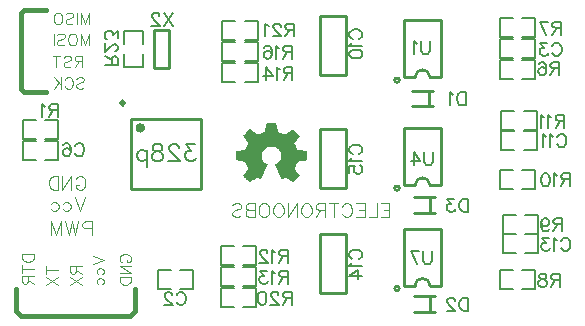
<source format=gbo>
G04 Layer: BottomSilkLayer*
G04 EasyEDA v6.2.44, 2019-10-11T09:46:47+02:00*
G04 b694c453db3c4fbcb19a449f5af86211,674c0623d3a246009f606e19fc16e94a,10*
G04 Gerber Generator version 0.2*
G04 Scale: 100 percent, Rotated: No, Reflected: No *
G04 Dimensions in millimeters *
G04 leading zeros omitted , absolute positions ,4 integer and 3 decimal *
%FSLAX43Y43*%
%MOMM*%
G90*
G71D02*

%ADD10C,0.254000*%
%ADD11C,0.200000*%
%ADD12C,0.399999*%
%ADD35C,0.228600*%
%ADD37C,0.299999*%
%ADD38C,0.152400*%
%ADD40C,0.180010*%
%ADD41C,0.119990*%
%ADD42C,0.110007*%

%LPD*%

%LPD*%
G36*
G01X22966Y16723D02*
G01X22634Y16723D01*
G01X22549Y16722D01*
G01X22479Y16721D01*
G01X22424Y16718D01*
G01X22383Y16715D01*
G01X22355Y16711D01*
G01X22337Y16706D01*
G01X22330Y16700D01*
G01X22321Y16663D01*
G01X22303Y16582D01*
G01X22280Y16469D01*
G01X22254Y16334D01*
G01X22236Y16246D01*
G01X22220Y16171D01*
G01X22206Y16110D01*
G01X22193Y16060D01*
G01X22181Y16022D01*
G01X22170Y15993D01*
G01X22160Y15973D01*
G01X22149Y15961D01*
G01X22116Y15942D01*
G01X22054Y15914D01*
G01X21972Y15880D01*
G01X21881Y15844D01*
G01X21789Y15810D01*
G01X21707Y15781D01*
G01X21643Y15761D01*
G01X21608Y15754D01*
G01X21595Y15758D01*
G01X21569Y15770D01*
G01X21488Y15815D01*
G01X21435Y15847D01*
G01X21376Y15882D01*
G01X21312Y15921D01*
G01X21245Y15964D01*
G01X20913Y16173D01*
G01X20631Y15912D01*
G01X20574Y15859D01*
G01X20521Y15809D01*
G01X20473Y15763D01*
G01X20431Y15722D01*
G01X20396Y15688D01*
G01X20370Y15661D01*
G01X20354Y15642D01*
G01X20348Y15634D01*
G01X20352Y15624D01*
G01X20365Y15604D01*
G01X20385Y15574D01*
G01X20412Y15535D01*
G01X20445Y15489D01*
G01X20482Y15437D01*
G01X20523Y15381D01*
G01X20567Y15321D01*
G01X20610Y15261D01*
G01X20651Y15204D01*
G01X20688Y15152D01*
G01X20721Y15106D01*
G01X20747Y15067D01*
G01X20768Y15036D01*
G01X20780Y15015D01*
G01X20785Y15004D01*
G01X20775Y14974D01*
G01X20751Y14913D01*
G01X20715Y14832D01*
G01X20673Y14742D01*
G01X20631Y14651D01*
G01X20591Y14571D01*
G01X20560Y14512D01*
G01X20541Y14482D01*
G01X20528Y14476D01*
G01X20502Y14467D01*
G01X20463Y14457D01*
G01X20414Y14445D01*
G01X20356Y14432D01*
G01X20290Y14419D01*
G01X20217Y14405D01*
G01X20140Y14391D01*
G01X20064Y14377D01*
G01X19993Y14364D01*
G01X19928Y14351D01*
G01X19871Y14338D01*
G01X19823Y14327D01*
G01X19785Y14317D01*
G01X19760Y14309D01*
G01X19750Y14303D01*
G01X19743Y14281D01*
G01X19739Y14236D01*
G01X19735Y14175D01*
G01X19733Y14100D01*
G01X19732Y14017D01*
G01X19733Y13930D01*
G01X19735Y13844D01*
G01X19737Y13762D01*
G01X19741Y13690D01*
G01X19746Y13631D01*
G01X19752Y13590D01*
G01X19759Y13572D01*
G01X19771Y13567D01*
G01X19797Y13560D01*
G01X19835Y13551D01*
G01X19882Y13541D01*
G01X19939Y13530D01*
G01X20002Y13517D01*
G01X20071Y13505D01*
G01X20143Y13492D01*
G01X20283Y13468D01*
G01X20400Y13447D01*
G01X20481Y13431D01*
G01X20515Y13423D01*
G01X20531Y13397D01*
G01X20562Y13334D01*
G01X20601Y13246D01*
G01X20644Y13146D01*
G01X20686Y13044D01*
G01X20723Y12953D01*
G01X20748Y12884D01*
G01X20757Y12850D01*
G01X20741Y12815D01*
G01X20697Y12746D01*
G01X20632Y12652D01*
G01X20552Y12544D01*
G01X20473Y12436D01*
G01X20408Y12344D01*
G01X20364Y12279D01*
G01X20348Y12249D01*
G01X20359Y12230D01*
G01X20389Y12195D01*
G01X20434Y12149D01*
G01X20491Y12093D01*
G01X20556Y12032D01*
G01X20626Y11969D01*
G01X20696Y11907D01*
G01X20763Y11849D01*
G01X20823Y11800D01*
G01X20874Y11761D01*
G01X20910Y11736D01*
G01X20928Y11729D01*
G01X20962Y11748D01*
G01X21034Y11790D01*
G01X21131Y11850D01*
G01X21245Y11922D01*
G01X21358Y11992D01*
G01X21454Y12050D01*
G01X21523Y12089D01*
G01X21554Y12104D01*
G01X21573Y12098D01*
G01X21609Y12083D01*
G01X21657Y12061D01*
G01X21711Y12035D01*
G01X21766Y12008D01*
G01X21813Y11990D01*
G01X21847Y11981D01*
G01X21864Y11982D01*
G01X21869Y11990D01*
G01X21879Y12008D01*
G01X21892Y12036D01*
G01X21910Y12073D01*
G01X21931Y12118D01*
G01X21955Y12170D01*
G01X21983Y12229D01*
G01X22012Y12294D01*
G01X22044Y12364D01*
G01X22078Y12439D01*
G01X22113Y12517D01*
G01X22150Y12598D01*
G01X22417Y13197D01*
G01X22372Y13225D01*
G01X22310Y13266D01*
G01X22253Y13306D01*
G01X22200Y13347D01*
G01X22153Y13389D01*
G01X22109Y13431D01*
G01X22071Y13474D01*
G01X22036Y13518D01*
G01X22006Y13563D01*
G01X21980Y13609D01*
G01X21958Y13656D01*
G01X21940Y13705D01*
G01X21926Y13755D01*
G01X21916Y13807D01*
G01X21910Y13860D01*
G01X21908Y13915D01*
G01X21910Y13973D01*
G01X21916Y14048D01*
G01X21928Y14117D01*
G01X21945Y14182D01*
G01X21967Y14242D01*
G01X21996Y14299D01*
G01X22031Y14354D01*
G01X22074Y14408D01*
G01X22124Y14461D01*
G01X22174Y14508D01*
G01X22227Y14550D01*
G01X22282Y14587D01*
G01X22339Y14620D01*
G01X22399Y14647D01*
G01X22461Y14670D01*
G01X22525Y14689D01*
G01X22591Y14702D01*
G01X22658Y14710D01*
G01X22728Y14713D01*
G01X22798Y14712D01*
G01X22870Y14705D01*
G01X22934Y14695D01*
G01X22996Y14680D01*
G01X23055Y14660D01*
G01X23112Y14637D01*
G01X23166Y14610D01*
G01X23218Y14579D01*
G01X23266Y14545D01*
G01X23312Y14507D01*
G01X23355Y14467D01*
G01X23394Y14424D01*
G01X23430Y14379D01*
G01X23462Y14331D01*
G01X23491Y14281D01*
G01X23516Y14230D01*
G01X23537Y14176D01*
G01X23554Y14122D01*
G01X23566Y14066D01*
G01X23575Y14009D01*
G01X23578Y13952D01*
G01X23578Y13894D01*
G01X23572Y13835D01*
G01X23561Y13777D01*
G01X23546Y13719D01*
G01X23525Y13661D01*
G01X23501Y13609D01*
G01X23473Y13558D01*
G01X23440Y13510D01*
G01X23404Y13464D01*
G01X23363Y13419D01*
G01X23318Y13377D01*
G01X23268Y13336D01*
G01X23214Y13297D01*
G01X23159Y13259D01*
G01X23114Y13226D01*
G01X23084Y13202D01*
G01X23073Y13189D01*
G01X23077Y13178D01*
G01X23088Y13151D01*
G01X23105Y13110D01*
G01X23128Y13057D01*
G01X23156Y12994D01*
G01X23188Y12921D01*
G01X23223Y12842D01*
G01X23261Y12757D01*
G01X23300Y12669D01*
G01X23340Y12579D01*
G01X23381Y12489D01*
G01X23420Y12401D01*
G01X23458Y12316D01*
G01X23494Y12237D01*
G01X23527Y12165D01*
G01X23556Y12102D01*
G01X23580Y12049D01*
G01X23599Y12009D01*
G01X23612Y11983D01*
G01X23617Y11972D01*
G01X23632Y11974D01*
G01X23665Y11987D01*
G01X23712Y12007D01*
G01X23767Y12033D01*
G01X23824Y12061D01*
G01X23873Y12083D01*
G01X23910Y12098D01*
G01X23930Y12104D01*
G01X23945Y12099D01*
G01X23972Y12085D01*
G01X24013Y12062D01*
G01X24067Y12030D01*
G01X24134Y11988D01*
G01X24215Y11937D01*
G01X24310Y11876D01*
G01X24418Y11806D01*
G01X24469Y11774D01*
G01X24513Y11748D01*
G01X24545Y11730D01*
G01X24562Y11723D01*
G01X24571Y11729D01*
G01X24591Y11744D01*
G01X24620Y11769D01*
G01X24658Y11801D01*
G01X24702Y11840D01*
G01X24752Y11885D01*
G01X24806Y11935D01*
G01X24863Y11988D01*
G01X25147Y12252D01*
G01X24937Y12534D01*
G01X24855Y12646D01*
G01X24786Y12740D01*
G01X24738Y12808D01*
G01X24718Y12838D01*
G01X24725Y12869D01*
G01X24749Y12938D01*
G01X24787Y13033D01*
G01X24835Y13145D01*
G01X24961Y13431D01*
G01X25159Y13463D01*
G01X25203Y13471D01*
G01X25251Y13479D01*
G01X25301Y13487D01*
G01X25405Y13505D01*
G01X25454Y13513D01*
G01X25500Y13521D01*
G01X25542Y13529D01*
G01X25726Y13561D01*
G01X25732Y13929D01*
G01X25732Y14137D01*
G01X25731Y14193D01*
G01X25729Y14240D01*
G01X25727Y14277D01*
G01X25724Y14301D01*
G01X25721Y14312D01*
G01X25708Y14317D01*
G01X25680Y14325D01*
G01X25639Y14334D01*
G01X25587Y14346D01*
G01X25528Y14358D01*
G01X25462Y14371D01*
G01X25393Y14384D01*
G01X25323Y14396D01*
G01X25254Y14408D01*
G01X25189Y14419D01*
G01X25130Y14428D01*
G01X25080Y14434D01*
G01X25038Y14441D01*
G01X25000Y14450D01*
G01X24970Y14459D01*
G01X24951Y14468D01*
G01X24931Y14497D01*
G01X24896Y14560D01*
G01X24852Y14648D01*
G01X24804Y14751D01*
G01X24685Y15012D01*
G01X24836Y15217D01*
G01X24868Y15260D01*
G01X24901Y15305D01*
G01X24935Y15350D01*
G01X24967Y15393D01*
G01X24998Y15435D01*
G01X25025Y15472D01*
G01X25050Y15505D01*
G01X25069Y15531D01*
G01X25151Y15641D01*
G01X24885Y15889D01*
G01X24831Y15939D01*
G01X24780Y15986D01*
G01X24732Y16030D01*
G01X24689Y16068D01*
G01X24652Y16101D01*
G01X24622Y16127D01*
G01X24600Y16144D01*
G01X24589Y16152D01*
G01X24577Y16154D01*
G01X24557Y16148D01*
G01X24528Y16136D01*
G01X24490Y16117D01*
G01X24442Y16090D01*
G01X24384Y16055D01*
G01X24315Y16012D01*
G01X24234Y15961D01*
G01X24168Y15919D01*
G01X24105Y15881D01*
G01X24047Y15845D01*
G01X23994Y15815D01*
G01X23949Y15789D01*
G01X23913Y15770D01*
G01X23887Y15758D01*
G01X23873Y15754D01*
G01X23840Y15762D01*
G01X23774Y15783D01*
G01X23687Y15813D01*
G01X23590Y15848D01*
G01X23493Y15885D01*
G01X23408Y15918D01*
G01X23345Y15945D01*
G01X23315Y15960D01*
G01X23304Y15991D01*
G01X23286Y16067D01*
G01X23262Y16175D01*
G01X23235Y16305D01*
G01X23222Y16373D01*
G01X23208Y16438D01*
G01X23196Y16498D01*
G01X23184Y16553D01*
G01X23173Y16600D01*
G01X23164Y16638D01*
G01X23157Y16665D01*
G01X23152Y16681D01*
G01X23146Y16695D01*
G01X23136Y16705D01*
G01X23118Y16713D01*
G01X23086Y16718D01*
G01X23037Y16721D01*
G01X22966Y16723D01*
G37*

%LPD*%
G54D12*
G01X3683Y26289D02*
G01X1778Y26289D01*
G01X1524Y26035D01*
G01X1524Y19558D01*
G01X1778Y19304D01*
G01X3683Y19304D01*
G01X3683Y19304D01*
G01X1143Y2667D02*
G01X1143Y762D01*
G01X1524Y381D01*
G01X10795Y381D01*
G01X11176Y762D01*
G01X11176Y2667D01*
G54D10*
G01X14111Y21387D02*
G01X14111Y24586D01*
G01X12812Y24586D02*
G01X14111Y24586D01*
G01X12812Y24586D02*
G01X12812Y21387D01*
G01X14111Y21387D02*
G01X12812Y21387D01*
G01X10893Y11147D02*
G01X10893Y17046D01*
G01X16792Y17046D01*
G01X16792Y11147D01*
G01X10893Y11147D01*
G54D11*
G01X43161Y4229D02*
G01X42061Y4229D01*
G01X42061Y2628D01*
G01X43161Y2628D01*
G01X43961Y4229D02*
G01X45061Y4229D01*
G01X45061Y3229D01*
G01X45061Y2628D01*
G01X43961Y2628D01*
G01X43415Y8928D02*
G01X42315Y8928D01*
G01X42315Y7327D01*
G01X43415Y7327D01*
G01X44215Y8928D02*
G01X45315Y8928D01*
G01X45315Y7928D01*
G01X45315Y7327D01*
G01X44215Y7327D01*
G01X43415Y7277D02*
G01X42315Y7277D01*
G01X42315Y5676D01*
G01X43415Y5676D01*
G01X44215Y7277D02*
G01X45315Y7277D01*
G01X45315Y6277D01*
G01X45315Y5676D01*
G01X44215Y5676D01*
G54D10*
G01X34798Y736D02*
G01X35179Y736D01*
G01X35179Y736D02*
G01X36576Y736D01*
G01X34798Y2057D02*
G01X35179Y2057D01*
G01X35179Y2057D02*
G01X36576Y2057D01*
G01X36187Y796D02*
G01X36187Y2017D01*
G54D35*
G01X26839Y7323D02*
G01X26839Y2323D01*
G01X29040Y2323D01*
G01X29040Y7323D01*
G01X26839Y7323D01*
G54D11*
G01X19539Y6261D02*
G01X18439Y6261D01*
G01X18439Y4660D01*
G01X19539Y4660D01*
G01X20339Y6261D02*
G01X21439Y6261D01*
G01X21439Y5261D01*
G01X21439Y4660D01*
G01X20339Y4660D01*
G01X19539Y4483D02*
G01X18439Y4483D01*
G01X18439Y2882D01*
G01X19539Y2882D01*
G01X20339Y4483D02*
G01X21439Y4483D01*
G01X21439Y3483D01*
G01X21439Y2882D01*
G01X20339Y2882D01*
G01X19666Y21755D02*
G01X18566Y21755D01*
G01X18566Y20154D01*
G01X19666Y20154D01*
G01X20466Y21755D02*
G01X21566Y21755D01*
G01X21566Y20755D01*
G01X21566Y20154D01*
G01X20466Y20154D01*
G01X19666Y23533D02*
G01X18566Y23533D01*
G01X18566Y21932D01*
G01X19666Y21932D01*
G01X20466Y23533D02*
G01X21566Y23533D01*
G01X21566Y22533D01*
G01X21566Y21932D01*
G01X20466Y21932D01*
G01X20338Y1104D02*
G01X21438Y1104D01*
G01X21438Y2705D01*
G01X20338Y2705D01*
G01X19538Y1104D02*
G01X18438Y1104D01*
G01X18438Y2104D01*
G01X18438Y2705D01*
G01X19538Y2705D01*
G01X20465Y23710D02*
G01X21565Y23710D01*
G01X21565Y25311D01*
G01X20465Y25311D01*
G01X19665Y23710D02*
G01X18565Y23710D01*
G01X18565Y24710D01*
G01X18565Y25311D01*
G01X19665Y25311D01*
G01X14205Y4229D02*
G01X13105Y4229D01*
G01X13105Y2628D01*
G01X14205Y2628D01*
G01X15005Y4229D02*
G01X16105Y4229D01*
G01X16105Y3229D01*
G01X16105Y2628D01*
G01X15005Y2628D01*
G01X3574Y13550D02*
G01X4674Y13550D01*
G01X4674Y15151D01*
G01X3574Y15151D01*
G01X2774Y13550D02*
G01X1674Y13550D01*
G01X1674Y14550D01*
G01X1674Y15151D01*
G01X2774Y15151D01*
G54D10*
G01X33959Y2921D02*
G01X33959Y7747D01*
G01X37109Y7747D01*
G01X37109Y2921D01*
G01X37109Y2921D02*
G01X36169Y2921D01*
G01X34899Y2921D02*
G01X33959Y2921D01*
G54D11*
G01X43161Y22009D02*
G01X42061Y22009D01*
G01X42061Y20408D01*
G01X43161Y20408D01*
G01X43961Y22009D02*
G01X45061Y22009D01*
G01X45061Y21009D01*
G01X45061Y20408D01*
G01X43961Y20408D01*
G01X43161Y25565D02*
G01X42061Y25565D01*
G01X42061Y23964D01*
G01X43161Y23964D01*
G01X43961Y25565D02*
G01X45061Y25565D01*
G01X45061Y24565D01*
G01X45061Y23964D01*
G01X43961Y23964D01*
G01X43161Y23787D02*
G01X42061Y23787D01*
G01X42061Y22186D01*
G01X43161Y22186D01*
G01X43961Y23787D02*
G01X45061Y23787D01*
G01X45061Y22787D01*
G01X45061Y22186D01*
G01X43961Y22186D01*
G54D10*
G01X34671Y18135D02*
G01X35052Y18135D01*
G01X35052Y18135D02*
G01X36449Y18135D01*
G01X34671Y19456D02*
G01X35052Y19456D01*
G01X35052Y19456D02*
G01X36449Y19456D01*
G01X36060Y18195D02*
G01X36060Y19416D01*
G54D35*
G01X26839Y25738D02*
G01X26839Y20738D01*
G01X29040Y20738D01*
G01X29040Y25738D01*
G01X26839Y25738D01*
G54D10*
G01X33959Y20574D02*
G01X33959Y25400D01*
G01X37109Y25400D01*
G01X37109Y20574D01*
G01X37109Y20574D02*
G01X36169Y20574D01*
G01X34899Y20574D02*
G01X33959Y20574D01*
G54D11*
G01X43161Y12738D02*
G01X42061Y12738D01*
G01X42061Y11137D01*
G01X43161Y11137D01*
G01X43961Y12738D02*
G01X45061Y12738D01*
G01X45061Y11738D01*
G01X45061Y11137D01*
G01X43961Y11137D01*
G01X43288Y17691D02*
G01X42188Y17691D01*
G01X42188Y16090D01*
G01X43288Y16090D01*
G01X44088Y17691D02*
G01X45188Y17691D01*
G01X45188Y16691D01*
G01X45188Y16090D01*
G01X44088Y16090D01*
G01X43288Y16040D02*
G01X42188Y16040D01*
G01X42188Y14439D01*
G01X43288Y14439D01*
G01X44088Y16040D02*
G01X45188Y16040D01*
G01X45188Y15040D01*
G01X45188Y14439D01*
G01X44088Y14439D01*
G54D10*
G01X34798Y9118D02*
G01X35179Y9118D01*
G01X35179Y9118D02*
G01X36576Y9118D01*
G01X34798Y10439D02*
G01X35179Y10439D01*
G01X35179Y10439D02*
G01X36576Y10439D01*
G01X36187Y9178D02*
G01X36187Y10399D01*
G54D35*
G01X26839Y16213D02*
G01X26839Y11213D01*
G01X29040Y11213D01*
G01X29040Y16213D01*
G01X26839Y16213D01*
G54D10*
G01X33959Y11430D02*
G01X33959Y16256D01*
G01X37109Y16256D01*
G01X37109Y11430D01*
G01X37109Y11430D02*
G01X36169Y11430D01*
G01X34899Y11430D02*
G01X33959Y11430D01*
G54D11*
G01X3574Y15328D02*
G01X4674Y15328D01*
G01X4674Y16929D01*
G01X3574Y16929D01*
G01X2774Y15328D02*
G01X1674Y15328D01*
G01X1674Y16328D01*
G01X1674Y16929D01*
G01X2774Y16929D01*
G01X10248Y22587D02*
G01X10248Y21487D01*
G01X11849Y21487D01*
G01X11849Y22587D01*
G01X10248Y23387D02*
G01X10248Y24487D01*
G01X11248Y24487D01*
G01X11849Y24487D01*
G01X11849Y23387D01*
G54D40*
G01X16246Y14915D02*
G01X15496Y14915D01*
G01X15905Y14369D01*
G01X15701Y14369D01*
G01X15564Y14301D01*
G01X15496Y14233D01*
G01X15428Y14028D01*
G01X15428Y13892D01*
G01X15496Y13687D01*
G01X15632Y13551D01*
G01X15837Y13483D01*
G01X16042Y13483D01*
G01X16246Y13551D01*
G01X16314Y13619D01*
G01X16383Y13756D01*
G01X14910Y14574D02*
G01X14910Y14642D01*
G01X14842Y14778D01*
G01X14773Y14847D01*
G01X14637Y14915D01*
G01X14364Y14915D01*
G01X14228Y14847D01*
G01X14160Y14778D01*
G01X14092Y14642D01*
G01X14092Y14506D01*
G01X14160Y14369D01*
G01X14296Y14165D01*
G01X14978Y13483D01*
G01X14023Y13483D01*
G01X13232Y14915D02*
G01X13437Y14847D01*
G01X13505Y14710D01*
G01X13505Y14574D01*
G01X13437Y14437D01*
G01X13301Y14369D01*
G01X13028Y14301D01*
G01X12823Y14233D01*
G01X12687Y14097D01*
G01X12619Y13960D01*
G01X12619Y13756D01*
G01X12687Y13619D01*
G01X12755Y13551D01*
G01X12960Y13483D01*
G01X13232Y13483D01*
G01X13437Y13551D01*
G01X13505Y13619D01*
G01X13573Y13756D01*
G01X13573Y13960D01*
G01X13505Y14097D01*
G01X13369Y14233D01*
G01X13164Y14301D01*
G01X12892Y14369D01*
G01X12755Y14437D01*
G01X12687Y14574D01*
G01X12687Y14710D01*
G01X12755Y14847D01*
G01X12960Y14915D01*
G01X13232Y14915D01*
G01X12169Y14437D02*
G01X12169Y13006D01*
G01X12169Y14233D02*
G01X12032Y14369D01*
G01X11896Y14437D01*
G01X11692Y14437D01*
G01X11555Y14369D01*
G01X11419Y14233D01*
G01X11351Y14028D01*
G01X11351Y13892D01*
G01X11419Y13687D01*
G01X11555Y13551D01*
G01X11692Y13483D01*
G01X11896Y13483D01*
G01X12032Y13551D01*
G01X12169Y13687D01*
G54D41*
G01X6166Y11938D02*
G01X6221Y12047D01*
G01X6330Y12156D01*
G01X6439Y12211D01*
G01X6657Y12211D01*
G01X6766Y12156D01*
G01X6875Y12047D01*
G01X6930Y11938D01*
G01X6985Y11775D01*
G01X6985Y11502D01*
G01X6930Y11338D01*
G01X6875Y11229D01*
G01X6766Y11120D01*
G01X6657Y11066D01*
G01X6439Y11066D01*
G01X6330Y11120D01*
G01X6221Y11229D01*
G01X6166Y11338D01*
G01X6166Y11502D01*
G01X6439Y11502D02*
G01X6166Y11502D01*
G01X5806Y12211D02*
G01X5806Y11066D01*
G01X5806Y12211D02*
G01X5043Y11066D01*
G01X5043Y12211D02*
G01X5043Y11066D01*
G01X4683Y12211D02*
G01X4683Y11066D01*
G01X4683Y12211D02*
G01X4301Y12211D01*
G01X4137Y12156D01*
G01X4028Y12047D01*
G01X3974Y11938D01*
G01X3919Y11775D01*
G01X3919Y11502D01*
G01X3974Y11338D01*
G01X4028Y11229D01*
G01X4137Y11120D01*
G01X4301Y11066D01*
G01X4683Y11066D01*
G01X6965Y10414D02*
G01X6529Y9268D01*
G01X6093Y10414D02*
G01X6529Y9268D01*
G01X5078Y9868D02*
G01X5187Y9977D01*
G01X5296Y10032D01*
G01X5460Y10032D01*
G01X5569Y9977D01*
G01X5678Y9868D01*
G01X5733Y9704D01*
G01X5733Y9595D01*
G01X5678Y9432D01*
G01X5569Y9323D01*
G01X5460Y9268D01*
G01X5296Y9268D01*
G01X5187Y9323D01*
G01X5078Y9432D01*
G01X4064Y9868D02*
G01X4173Y9977D01*
G01X4282Y10032D01*
G01X4445Y10032D01*
G01X4554Y9977D01*
G01X4664Y9868D01*
G01X4718Y9704D01*
G01X4718Y9595D01*
G01X4664Y9432D01*
G01X4554Y9323D01*
G01X4445Y9268D01*
G01X4282Y9268D01*
G01X4173Y9323D01*
G01X4064Y9432D01*
G01X7511Y8382D02*
G01X7511Y7236D01*
G01X7511Y8382D02*
G01X7020Y8382D01*
G01X6856Y8327D01*
G01X6802Y8272D01*
G01X6747Y8163D01*
G01X6747Y8000D01*
G01X6802Y7891D01*
G01X6856Y7836D01*
G01X7020Y7782D01*
G01X7511Y7782D01*
G01X6387Y8382D02*
G01X6114Y7236D01*
G01X5842Y8382D02*
G01X6114Y7236D01*
G01X5842Y8382D02*
G01X5569Y7236D01*
G01X5296Y8382D02*
G01X5569Y7236D01*
G01X4936Y8382D02*
G01X4936Y7236D01*
G01X4936Y8382D02*
G01X4500Y7236D01*
G01X4064Y8382D02*
G01X4500Y7236D01*
G01X4064Y8382D02*
G01X4064Y7236D01*
G54D42*
G01X1651Y5588D02*
G01X2605Y5588D01*
G01X1651Y5588D02*
G01X1651Y5269D01*
G01X1696Y5133D01*
G01X1787Y5042D01*
G01X1878Y4997D01*
G01X2014Y4951D01*
G01X2241Y4951D01*
G01X2378Y4997D01*
G01X2469Y5042D01*
G01X2560Y5133D01*
G01X2605Y5269D01*
G01X2605Y5588D01*
G01X1651Y4333D02*
G01X2605Y4333D01*
G01X1651Y4651D02*
G01X1651Y4015D01*
G01X1651Y3715D02*
G01X2605Y3715D01*
G01X1651Y3715D02*
G01X1651Y3306D01*
G01X1696Y3169D01*
G01X1741Y3124D01*
G01X1832Y3078D01*
G01X1923Y3078D01*
G01X2014Y3124D01*
G01X2060Y3169D01*
G01X2105Y3306D01*
G01X2105Y3715D01*
G01X2105Y3397D02*
G01X2605Y3078D01*
G01X3683Y4253D02*
G01X4637Y4253D01*
G01X3683Y4572D02*
G01X3683Y3935D01*
G01X3683Y3635D02*
G01X4637Y2999D01*
G01X3683Y2999D02*
G01X4637Y3635D01*
G01X5715Y4572D02*
G01X6669Y4572D01*
G01X5715Y4572D02*
G01X5715Y4162D01*
G01X5760Y4026D01*
G01X5805Y3981D01*
G01X5896Y3935D01*
G01X5987Y3935D01*
G01X6078Y3981D01*
G01X6124Y4026D01*
G01X6169Y4162D01*
G01X6169Y4572D01*
G01X6169Y4253D02*
G01X6669Y3935D01*
G01X5715Y3635D02*
G01X6669Y2999D01*
G01X5715Y2999D02*
G01X6669Y3635D01*
G01X7620Y5461D02*
G01X8574Y5097D01*
G01X7620Y4733D02*
G01X8574Y5097D01*
G01X8074Y3888D02*
G01X7983Y3979D01*
G01X7938Y4070D01*
G01X7938Y4206D01*
G01X7983Y4297D01*
G01X8074Y4388D01*
G01X8210Y4433D01*
G01X8301Y4433D01*
G01X8438Y4388D01*
G01X8529Y4297D01*
G01X8574Y4206D01*
G01X8574Y4070D01*
G01X8529Y3979D01*
G01X8438Y3888D01*
G01X8074Y3042D02*
G01X7983Y3133D01*
G01X7938Y3224D01*
G01X7938Y3361D01*
G01X7983Y3451D01*
G01X8074Y3542D01*
G01X8210Y3588D01*
G01X8301Y3588D01*
G01X8438Y3542D01*
G01X8529Y3451D01*
G01X8574Y3361D01*
G01X8574Y3224D01*
G01X8529Y3133D01*
G01X8438Y3042D01*
G01X10133Y4906D02*
G01X10042Y4951D01*
G01X9951Y5042D01*
G01X9906Y5133D01*
G01X9906Y5315D01*
G01X9951Y5406D01*
G01X10042Y5497D01*
G01X10133Y5542D01*
G01X10269Y5588D01*
G01X10496Y5588D01*
G01X10633Y5542D01*
G01X10724Y5497D01*
G01X10815Y5406D01*
G01X10860Y5315D01*
G01X10860Y5133D01*
G01X10815Y5042D01*
G01X10724Y4951D01*
G01X10633Y4906D01*
G01X10496Y4906D01*
G01X10496Y5133D02*
G01X10496Y4906D01*
G01X9906Y4606D02*
G01X10860Y4606D01*
G01X9906Y4606D02*
G01X10860Y3969D01*
G01X9906Y3969D02*
G01X10860Y3969D01*
G01X9906Y3669D02*
G01X10860Y3669D01*
G01X9906Y3669D02*
G01X9906Y3351D01*
G01X9951Y3215D01*
G01X10042Y3124D01*
G01X10133Y3078D01*
G01X10269Y3033D01*
G01X10496Y3033D01*
G01X10633Y3078D01*
G01X10724Y3124D01*
G01X10815Y3215D01*
G01X10860Y3351D01*
G01X10860Y3669D01*
G01X6236Y20437D02*
G01X6327Y20528D01*
G01X6463Y20574D01*
G01X6645Y20574D01*
G01X6781Y20528D01*
G01X6872Y20437D01*
G01X6872Y20346D01*
G01X6827Y20255D01*
G01X6781Y20210D01*
G01X6690Y20164D01*
G01X6418Y20074D01*
G01X6327Y20028D01*
G01X6281Y19983D01*
G01X6236Y19892D01*
G01X6236Y19755D01*
G01X6327Y19664D01*
G01X6463Y19619D01*
G01X6645Y19619D01*
G01X6781Y19664D01*
G01X6872Y19755D01*
G01X5254Y20346D02*
G01X5299Y20437D01*
G01X5390Y20528D01*
G01X5481Y20574D01*
G01X5663Y20574D01*
G01X5754Y20528D01*
G01X5845Y20437D01*
G01X5890Y20346D01*
G01X5936Y20210D01*
G01X5936Y19983D01*
G01X5890Y19846D01*
G01X5845Y19755D01*
G01X5754Y19664D01*
G01X5663Y19619D01*
G01X5481Y19619D01*
G01X5390Y19664D01*
G01X5299Y19755D01*
G01X5254Y19846D01*
G01X4954Y20574D02*
G01X4954Y19619D01*
G01X4318Y20574D02*
G01X4954Y19937D01*
G01X4727Y20164D02*
G01X4318Y19619D01*
G01X6731Y22389D02*
G01X6731Y21434D01*
G01X6731Y22389D02*
G01X6321Y22389D01*
G01X6185Y22343D01*
G01X6140Y22298D01*
G01X6094Y22207D01*
G01X6094Y22116D01*
G01X6140Y22025D01*
G01X6185Y21980D01*
G01X6321Y21934D01*
G01X6731Y21934D01*
G01X6412Y21934D02*
G01X6094Y21434D01*
G01X5158Y22253D02*
G01X5249Y22343D01*
G01X5385Y22389D01*
G01X5567Y22389D01*
G01X5703Y22343D01*
G01X5794Y22253D01*
G01X5794Y22162D01*
G01X5749Y22071D01*
G01X5703Y22025D01*
G01X5612Y21980D01*
G01X5340Y21889D01*
G01X5249Y21844D01*
G01X5203Y21798D01*
G01X5158Y21707D01*
G01X5158Y21571D01*
G01X5249Y21480D01*
G01X5385Y21434D01*
G01X5567Y21434D01*
G01X5703Y21480D01*
G01X5794Y21571D01*
G01X4540Y22389D02*
G01X4540Y21434D01*
G01X4858Y22389D02*
G01X4221Y22389D01*
G01X7308Y24257D02*
G01X7308Y23302D01*
G01X7308Y24257D02*
G01X6945Y23302D01*
G01X6581Y24257D02*
G01X6945Y23302D01*
G01X6581Y24257D02*
G01X6581Y23302D01*
G01X6008Y24257D02*
G01X6099Y24211D01*
G01X6190Y24120D01*
G01X6236Y24029D01*
G01X6281Y23893D01*
G01X6281Y23666D01*
G01X6236Y23529D01*
G01X6190Y23438D01*
G01X6099Y23347D01*
G01X6008Y23302D01*
G01X5827Y23302D01*
G01X5736Y23347D01*
G01X5645Y23438D01*
G01X5599Y23529D01*
G01X5554Y23666D01*
G01X5554Y23893D01*
G01X5599Y24029D01*
G01X5645Y24120D01*
G01X5736Y24211D01*
G01X5827Y24257D01*
G01X6008Y24257D01*
G01X4617Y24120D02*
G01X4708Y24211D01*
G01X4845Y24257D01*
G01X5027Y24257D01*
G01X5163Y24211D01*
G01X5254Y24120D01*
G01X5254Y24029D01*
G01X5208Y23938D01*
G01X5163Y23893D01*
G01X5072Y23847D01*
G01X4799Y23757D01*
G01X4708Y23711D01*
G01X4663Y23666D01*
G01X4617Y23575D01*
G01X4617Y23438D01*
G01X4708Y23347D01*
G01X4845Y23302D01*
G01X5027Y23302D01*
G01X5163Y23347D01*
G01X5254Y23438D01*
G01X4317Y24257D02*
G01X4317Y23302D01*
G01X7308Y26035D02*
G01X7308Y25080D01*
G01X7308Y26035D02*
G01X6945Y25080D01*
G01X6581Y26035D02*
G01X6945Y25080D01*
G01X6581Y26035D02*
G01X6581Y25080D01*
G01X6281Y26035D02*
G01X6281Y25080D01*
G01X5345Y25898D02*
G01X5436Y25989D01*
G01X5572Y26035D01*
G01X5754Y26035D01*
G01X5890Y25989D01*
G01X5981Y25898D01*
G01X5981Y25807D01*
G01X5936Y25716D01*
G01X5890Y25671D01*
G01X5799Y25625D01*
G01X5527Y25535D01*
G01X5436Y25489D01*
G01X5390Y25444D01*
G01X5345Y25353D01*
G01X5345Y25216D01*
G01X5436Y25125D01*
G01X5572Y25080D01*
G01X5754Y25080D01*
G01X5890Y25125D01*
G01X5981Y25216D01*
G01X4772Y26035D02*
G01X4863Y25989D01*
G01X4954Y25898D01*
G01X4999Y25807D01*
G01X5045Y25671D01*
G01X5045Y25444D01*
G01X4999Y25307D01*
G01X4954Y25216D01*
G01X4863Y25125D01*
G01X4772Y25080D01*
G01X4590Y25080D01*
G01X4499Y25125D01*
G01X4408Y25216D01*
G01X4363Y25307D01*
G01X4317Y25444D01*
G01X4317Y25671D01*
G01X4363Y25807D01*
G01X4408Y25898D01*
G01X4499Y25989D01*
G01X4590Y26035D01*
G01X4772Y26035D01*
G54D41*
G01X32718Y9906D02*
G01X32718Y8760D01*
G01X32718Y9906D02*
G01X32009Y9906D01*
G01X32718Y9360D02*
G01X32281Y9360D01*
G01X32718Y8760D02*
G01X32009Y8760D01*
G01X31649Y9906D02*
G01X31649Y8760D01*
G01X31649Y8760D02*
G01X30994Y8760D01*
G01X30634Y9906D02*
G01X30634Y8760D01*
G01X30634Y9906D02*
G01X29925Y9906D01*
G01X30634Y9360D02*
G01X30198Y9360D01*
G01X30634Y8760D02*
G01X29925Y8760D01*
G01X28747Y9633D02*
G01X28801Y9742D01*
G01X28910Y9851D01*
G01X29020Y9906D01*
G01X29238Y9906D01*
G01X29347Y9851D01*
G01X29456Y9742D01*
G01X29510Y9633D01*
G01X29565Y9469D01*
G01X29565Y9196D01*
G01X29510Y9033D01*
G01X29456Y8924D01*
G01X29347Y8815D01*
G01X29238Y8760D01*
G01X29020Y8760D01*
G01X28910Y8815D01*
G01X28801Y8924D01*
G01X28747Y9033D01*
G01X28005Y9906D02*
G01X28005Y8760D01*
G01X28387Y9906D02*
G01X27623Y9906D01*
G01X27263Y9906D02*
G01X27263Y8760D01*
G01X27263Y9906D02*
G01X26772Y9906D01*
G01X26609Y9851D01*
G01X26554Y9796D01*
G01X26500Y9687D01*
G01X26500Y9578D01*
G01X26554Y9469D01*
G01X26609Y9415D01*
G01X26772Y9360D01*
G01X27263Y9360D01*
G01X26881Y9360D02*
G01X26500Y8760D01*
G01X25812Y9906D02*
G01X25921Y9851D01*
G01X26030Y9742D01*
G01X26085Y9633D01*
G01X26140Y9469D01*
G01X26140Y9196D01*
G01X26085Y9033D01*
G01X26030Y8924D01*
G01X25921Y8815D01*
G01X25812Y8760D01*
G01X25594Y8760D01*
G01X25485Y8815D01*
G01X25376Y8924D01*
G01X25321Y9033D01*
G01X25267Y9196D01*
G01X25267Y9469D01*
G01X25321Y9633D01*
G01X25376Y9742D01*
G01X25485Y9851D01*
G01X25594Y9906D01*
G01X25812Y9906D01*
G01X24907Y9906D02*
G01X24907Y8760D01*
G01X24907Y9906D02*
G01X24143Y8760D01*
G01X24143Y9906D02*
G01X24143Y8760D01*
G01X23456Y9906D02*
G01X23565Y9851D01*
G01X23674Y9742D01*
G01X23729Y9633D01*
G01X23783Y9469D01*
G01X23783Y9196D01*
G01X23729Y9033D01*
G01X23674Y8924D01*
G01X23565Y8815D01*
G01X23456Y8760D01*
G01X23238Y8760D01*
G01X23129Y8815D01*
G01X23020Y8924D01*
G01X22965Y9033D01*
G01X22910Y9196D01*
G01X22910Y9469D01*
G01X22965Y9633D01*
G01X23020Y9742D01*
G01X23129Y9851D01*
G01X23238Y9906D01*
G01X23456Y9906D01*
G01X22223Y9906D02*
G01X22332Y9851D01*
G01X22441Y9742D01*
G01X22496Y9633D01*
G01X22550Y9469D01*
G01X22550Y9196D01*
G01X22496Y9033D01*
G01X22441Y8924D01*
G01X22332Y8815D01*
G01X22223Y8760D01*
G01X22005Y8760D01*
G01X21896Y8815D01*
G01X21787Y8924D01*
G01X21732Y9033D01*
G01X21678Y9196D01*
G01X21678Y9469D01*
G01X21732Y9633D01*
G01X21787Y9742D01*
G01X21896Y9851D01*
G01X22005Y9906D01*
G01X22223Y9906D01*
G01X21318Y9906D02*
G01X21318Y8760D01*
G01X21318Y9906D02*
G01X20827Y9906D01*
G01X20663Y9851D01*
G01X20609Y9796D01*
G01X20554Y9687D01*
G01X20554Y9578D01*
G01X20609Y9469D01*
G01X20663Y9415D01*
G01X20827Y9360D01*
G01X21318Y9360D02*
G01X20827Y9360D01*
G01X20663Y9306D01*
G01X20609Y9251D01*
G01X20554Y9142D01*
G01X20554Y8978D01*
G01X20609Y8869D01*
G01X20663Y8815D01*
G01X20827Y8760D01*
G01X21318Y8760D01*
G01X19430Y9742D02*
G01X19540Y9851D01*
G01X19703Y9906D01*
G01X19921Y9906D01*
G01X20085Y9851D01*
G01X20194Y9742D01*
G01X20194Y9633D01*
G01X20140Y9524D01*
G01X20085Y9469D01*
G01X19976Y9415D01*
G01X19649Y9306D01*
G01X19540Y9251D01*
G01X19485Y9196D01*
G01X19430Y9087D01*
G01X19430Y8924D01*
G01X19540Y8815D01*
G01X19703Y8760D01*
G01X19921Y8760D01*
G01X20085Y8815D01*
G01X20194Y8924D01*
G54D38*
G01X14371Y26035D02*
G01X13644Y24942D01*
G01X13644Y26035D02*
G01X14371Y24942D01*
G01X13248Y25773D02*
G01X13248Y25826D01*
G01X13197Y25930D01*
G01X13144Y25981D01*
G01X13040Y26035D01*
G01X12834Y26035D01*
G01X12730Y25981D01*
G01X12677Y25930D01*
G01X12626Y25826D01*
G01X12626Y25722D01*
G01X12677Y25618D01*
G01X12781Y25463D01*
G01X13302Y24942D01*
G01X12573Y24942D01*
G01X47137Y3937D02*
G01X47137Y2847D01*
G01X47137Y3937D02*
G01X46670Y3937D01*
G01X46515Y3886D01*
G01X46461Y3835D01*
G01X46410Y3731D01*
G01X46410Y3627D01*
G01X46461Y3523D01*
G01X46515Y3469D01*
G01X46670Y3418D01*
G01X47137Y3418D01*
G01X46774Y3418D02*
G01X46410Y2847D01*
G01X45806Y3937D02*
G01X45963Y3886D01*
G01X46014Y3782D01*
G01X46014Y3677D01*
G01X45963Y3573D01*
G01X45859Y3523D01*
G01X45651Y3469D01*
G01X45496Y3418D01*
G01X45392Y3314D01*
G01X45339Y3210D01*
G01X45339Y3055D01*
G01X45392Y2951D01*
G01X45443Y2898D01*
G01X45600Y2847D01*
G01X45806Y2847D01*
G01X45963Y2898D01*
G01X46014Y2951D01*
G01X46068Y3055D01*
G01X46068Y3210D01*
G01X46014Y3314D01*
G01X45910Y3418D01*
G01X45755Y3469D01*
G01X45547Y3523D01*
G01X45443Y3573D01*
G01X45392Y3677D01*
G01X45392Y3782D01*
G01X45443Y3886D01*
G01X45600Y3937D01*
G01X45806Y3937D01*
G01X47338Y8636D02*
G01X47338Y7546D01*
G01X47338Y8636D02*
G01X46870Y8636D01*
G01X46715Y8585D01*
G01X46662Y8534D01*
G01X46611Y8430D01*
G01X46611Y8326D01*
G01X46662Y8222D01*
G01X46715Y8168D01*
G01X46870Y8117D01*
G01X47338Y8117D01*
G01X46974Y8117D02*
G01X46611Y7546D01*
G01X45593Y8272D02*
G01X45643Y8117D01*
G01X45747Y8013D01*
G01X45902Y7962D01*
G01X45956Y7962D01*
G01X46111Y8013D01*
G01X46215Y8117D01*
G01X46268Y8272D01*
G01X46268Y8326D01*
G01X46215Y8481D01*
G01X46111Y8585D01*
G01X45956Y8636D01*
G01X45902Y8636D01*
G01X45747Y8585D01*
G01X45643Y8481D01*
G01X45593Y8272D01*
G01X45593Y8013D01*
G01X45643Y7754D01*
G01X45747Y7597D01*
G01X45902Y7546D01*
G01X46007Y7546D01*
G01X46164Y7597D01*
G01X46215Y7701D01*
G01X47264Y6725D02*
G01X47317Y6830D01*
G01X47421Y6934D01*
G01X47523Y6985D01*
G01X47731Y6985D01*
G01X47835Y6934D01*
G01X47939Y6830D01*
G01X47993Y6725D01*
G01X48044Y6571D01*
G01X48044Y6311D01*
G01X47993Y6154D01*
G01X47939Y6050D01*
G01X47835Y5946D01*
G01X47731Y5895D01*
G01X47523Y5895D01*
G01X47421Y5946D01*
G01X47317Y6050D01*
G01X47264Y6154D01*
G01X46921Y6779D02*
G01X46817Y6830D01*
G01X46662Y6985D01*
G01X46662Y5895D01*
G01X46215Y6985D02*
G01X45643Y6985D01*
G01X45956Y6571D01*
G01X45798Y6571D01*
G01X45694Y6517D01*
G01X45643Y6466D01*
G01X45593Y6311D01*
G01X45593Y6207D01*
G01X45643Y6050D01*
G01X45747Y5946D01*
G01X45902Y5895D01*
G01X46060Y5895D01*
G01X46215Y5946D01*
G01X46266Y5999D01*
G01X46319Y6103D01*
G01X39390Y1905D02*
G01X39390Y815D01*
G01X39390Y1905D02*
G01X39027Y1905D01*
G01X38869Y1854D01*
G01X38768Y1750D01*
G01X38714Y1645D01*
G01X38663Y1490D01*
G01X38663Y1231D01*
G01X38714Y1074D01*
G01X38768Y970D01*
G01X38869Y866D01*
G01X39027Y815D01*
G01X39390Y815D01*
G01X38267Y1645D02*
G01X38267Y1699D01*
G01X38216Y1803D01*
G01X38163Y1854D01*
G01X38059Y1905D01*
G01X37853Y1905D01*
G01X37749Y1854D01*
G01X37696Y1803D01*
G01X37645Y1699D01*
G01X37645Y1595D01*
G01X37696Y1490D01*
G01X37800Y1333D01*
G01X38321Y815D01*
G01X37592Y815D01*
G01X29598Y5189D02*
G01X29494Y5242D01*
G01X29390Y5346D01*
G01X29336Y5448D01*
G01X29336Y5656D01*
G01X29390Y5760D01*
G01X29494Y5864D01*
G01X29598Y5918D01*
G01X29753Y5969D01*
G01X30012Y5969D01*
G01X30170Y5918D01*
G01X30274Y5864D01*
G01X30378Y5760D01*
G01X30429Y5656D01*
G01X30429Y5448D01*
G01X30378Y5346D01*
G01X30274Y5242D01*
G01X30170Y5189D01*
G01X29545Y4846D02*
G01X29494Y4742D01*
G01X29336Y4587D01*
G01X30429Y4587D01*
G01X29336Y3723D02*
G01X30065Y4244D01*
G01X30065Y3464D01*
G01X29336Y3723D02*
G01X30429Y3723D01*
G01X24117Y5969D02*
G01X24117Y4879D01*
G01X24117Y5969D02*
G01X23649Y5969D01*
G01X23495Y5918D01*
G01X23441Y5867D01*
G01X23390Y5763D01*
G01X23390Y5659D01*
G01X23441Y5555D01*
G01X23495Y5501D01*
G01X23649Y5450D01*
G01X24117Y5450D01*
G01X23754Y5450D02*
G01X23390Y4879D01*
G01X23047Y5763D02*
G01X22943Y5814D01*
G01X22786Y5969D01*
G01X22786Y4879D01*
G01X22392Y5709D02*
G01X22392Y5763D01*
G01X22339Y5867D01*
G01X22288Y5918D01*
G01X22184Y5969D01*
G01X21976Y5969D01*
G01X21871Y5918D01*
G01X21821Y5867D01*
G01X21767Y5763D01*
G01X21767Y5659D01*
G01X21821Y5555D01*
G01X21925Y5397D01*
G01X22443Y4879D01*
G01X21717Y4879D01*
G01X24117Y4191D02*
G01X24117Y3101D01*
G01X24117Y4191D02*
G01X23649Y4191D01*
G01X23495Y4140D01*
G01X23441Y4089D01*
G01X23390Y3985D01*
G01X23390Y3881D01*
G01X23441Y3777D01*
G01X23495Y3723D01*
G01X23649Y3672D01*
G01X24117Y3672D01*
G01X23754Y3672D02*
G01X23390Y3101D01*
G01X23047Y3985D02*
G01X22943Y4036D01*
G01X22786Y4191D01*
G01X22786Y3101D01*
G01X22339Y4191D02*
G01X21767Y4191D01*
G01X22080Y3777D01*
G01X21925Y3777D01*
G01X21821Y3723D01*
G01X21767Y3672D01*
G01X21717Y3517D01*
G01X21717Y3413D01*
G01X21767Y3256D01*
G01X21871Y3152D01*
G01X22029Y3101D01*
G01X22184Y3101D01*
G01X22339Y3152D01*
G01X22392Y3205D01*
G01X22443Y3309D01*
G01X24511Y21450D02*
G01X24511Y20360D01*
G01X24511Y21450D02*
G01X24043Y21450D01*
G01X23888Y21399D01*
G01X23835Y21348D01*
G01X23784Y21244D01*
G01X23784Y21140D01*
G01X23835Y21036D01*
G01X23888Y20982D01*
G01X24043Y20932D01*
G01X24511Y20932D01*
G01X24147Y20932D02*
G01X23784Y20360D01*
G01X23441Y21244D02*
G01X23337Y21295D01*
G01X23180Y21450D01*
G01X23180Y20360D01*
G01X22318Y21450D02*
G01X22837Y20723D01*
G01X22059Y20723D01*
G01X22318Y21450D02*
G01X22318Y20360D01*
G01X24447Y23241D02*
G01X24447Y22151D01*
G01X24447Y23241D02*
G01X23980Y23241D01*
G01X23825Y23190D01*
G01X23771Y23139D01*
G01X23721Y23035D01*
G01X23721Y22931D01*
G01X23771Y22827D01*
G01X23825Y22773D01*
G01X23980Y22722D01*
G01X24447Y22722D01*
G01X24084Y22722D02*
G01X23721Y22151D01*
G01X23378Y23035D02*
G01X23274Y23086D01*
G01X23116Y23241D01*
G01X23116Y22151D01*
G01X22151Y23086D02*
G01X22202Y23190D01*
G01X22359Y23241D01*
G01X22463Y23241D01*
G01X22618Y23190D01*
G01X22722Y23035D01*
G01X22773Y22773D01*
G01X22773Y22514D01*
G01X22722Y22306D01*
G01X22618Y22202D01*
G01X22463Y22151D01*
G01X22410Y22151D01*
G01X22255Y22202D01*
G01X22151Y22306D01*
G01X22098Y22463D01*
G01X22098Y22514D01*
G01X22151Y22669D01*
G01X22255Y22773D01*
G01X22410Y22827D01*
G01X22463Y22827D01*
G01X22618Y22773D01*
G01X22722Y22669D01*
G01X22773Y22514D01*
G01X24457Y2413D02*
G01X24457Y1323D01*
G01X24457Y2413D02*
G01X23990Y2413D01*
G01X23835Y2362D01*
G01X23781Y2311D01*
G01X23731Y2207D01*
G01X23731Y2103D01*
G01X23781Y1999D01*
G01X23835Y1945D01*
G01X23990Y1894D01*
G01X24457Y1894D01*
G01X24094Y1894D02*
G01X23731Y1323D01*
G01X23334Y2153D02*
G01X23334Y2207D01*
G01X23284Y2311D01*
G01X23230Y2362D01*
G01X23126Y2413D01*
G01X22920Y2413D01*
G01X22816Y2362D01*
G01X22763Y2311D01*
G01X22712Y2207D01*
G01X22712Y2103D01*
G01X22763Y1999D01*
G01X22867Y1841D01*
G01X23388Y1323D01*
G01X22659Y1323D01*
G01X22006Y2413D02*
G01X22161Y2362D01*
G01X22265Y2207D01*
G01X22316Y1945D01*
G01X22316Y1790D01*
G01X22265Y1531D01*
G01X22161Y1374D01*
G01X22006Y1323D01*
G01X21902Y1323D01*
G01X21744Y1374D01*
G01X21640Y1531D01*
G01X21589Y1790D01*
G01X21589Y1945D01*
G01X21640Y2207D01*
G01X21744Y2362D01*
G01X21902Y2413D01*
G01X22006Y2413D01*
G01X24638Y25133D02*
G01X24638Y24043D01*
G01X24638Y25133D02*
G01X24170Y25133D01*
G01X24015Y25082D01*
G01X23962Y25031D01*
G01X23911Y24927D01*
G01X23911Y24823D01*
G01X23962Y24719D01*
G01X24015Y24665D01*
G01X24170Y24615D01*
G01X24638Y24615D01*
G01X24274Y24615D02*
G01X23911Y24043D01*
G01X23515Y24874D02*
G01X23515Y24927D01*
G01X23464Y25031D01*
G01X23411Y25082D01*
G01X23307Y25133D01*
G01X23101Y25133D01*
G01X22997Y25082D01*
G01X22943Y25031D01*
G01X22893Y24927D01*
G01X22893Y24823D01*
G01X22943Y24719D01*
G01X23047Y24561D01*
G01X23568Y24043D01*
G01X22839Y24043D01*
G01X22496Y24927D02*
G01X22392Y24978D01*
G01X22237Y25133D01*
G01X22237Y24043D01*
G01X14714Y2141D02*
G01X14767Y2245D01*
G01X14871Y2349D01*
G01X14973Y2400D01*
G01X15181Y2400D01*
G01X15285Y2349D01*
G01X15389Y2245D01*
G01X15443Y2141D01*
G01X15493Y1986D01*
G01X15493Y1727D01*
G01X15443Y1569D01*
G01X15389Y1465D01*
G01X15285Y1361D01*
G01X15181Y1310D01*
G01X14973Y1310D01*
G01X14871Y1361D01*
G01X14767Y1465D01*
G01X14714Y1569D01*
G01X14320Y2141D02*
G01X14320Y2194D01*
G01X14267Y2298D01*
G01X14216Y2349D01*
G01X14112Y2400D01*
G01X13903Y2400D01*
G01X13799Y2349D01*
G01X13748Y2298D01*
G01X13695Y2194D01*
G01X13695Y2090D01*
G01X13748Y1986D01*
G01X13853Y1828D01*
G01X14371Y1310D01*
G01X13644Y1310D01*
G01X6098Y14726D02*
G01X6151Y14831D01*
G01X6256Y14935D01*
G01X6357Y14986D01*
G01X6565Y14986D01*
G01X6670Y14935D01*
G01X6774Y14831D01*
G01X6827Y14726D01*
G01X6878Y14571D01*
G01X6878Y14312D01*
G01X6827Y14155D01*
G01X6774Y14051D01*
G01X6670Y13947D01*
G01X6565Y13896D01*
G01X6357Y13896D01*
G01X6256Y13947D01*
G01X6151Y14051D01*
G01X6098Y14155D01*
G01X5133Y14831D02*
G01X5184Y14935D01*
G01X5341Y14986D01*
G01X5443Y14986D01*
G01X5600Y14935D01*
G01X5704Y14780D01*
G01X5755Y14518D01*
G01X5755Y14259D01*
G01X5704Y14051D01*
G01X5600Y13947D01*
G01X5443Y13896D01*
G01X5392Y13896D01*
G01X5237Y13947D01*
G01X5133Y14051D01*
G01X5080Y14208D01*
G01X5080Y14259D01*
G01X5133Y14414D01*
G01X5237Y14518D01*
G01X5392Y14571D01*
G01X5443Y14571D01*
G01X5600Y14518D01*
G01X5704Y14414D01*
G01X5755Y14259D01*
G01X36342Y5842D02*
G01X36342Y5064D01*
G01X36291Y4907D01*
G01X36187Y4803D01*
G01X36029Y4752D01*
G01X35925Y4752D01*
G01X35770Y4803D01*
G01X35666Y4907D01*
G01X35615Y5064D01*
G01X35615Y5842D01*
G01X34544Y5842D02*
G01X35064Y4752D01*
G01X35272Y5842D02*
G01X34544Y5842D01*
G01X47084Y21844D02*
G01X47084Y20754D01*
G01X47084Y21844D02*
G01X46616Y21844D01*
G01X46461Y21793D01*
G01X46408Y21742D01*
G01X46357Y21638D01*
G01X46357Y21534D01*
G01X46408Y21430D01*
G01X46461Y21376D01*
G01X46616Y21325D01*
G01X47084Y21325D01*
G01X46720Y21325D02*
G01X46357Y20754D01*
G01X45389Y21689D02*
G01X45443Y21793D01*
G01X45598Y21844D01*
G01X45702Y21844D01*
G01X45857Y21793D01*
G01X45961Y21638D01*
G01X46014Y21376D01*
G01X46014Y21117D01*
G01X45961Y20909D01*
G01X45857Y20805D01*
G01X45702Y20754D01*
G01X45648Y20754D01*
G01X45493Y20805D01*
G01X45389Y20909D01*
G01X45339Y21066D01*
G01X45339Y21117D01*
G01X45389Y21272D01*
G01X45493Y21376D01*
G01X45648Y21430D01*
G01X45702Y21430D01*
G01X45857Y21376D01*
G01X45961Y21272D01*
G01X46014Y21117D01*
G01X47264Y25273D02*
G01X47264Y24183D01*
G01X47264Y25273D02*
G01X46797Y25273D01*
G01X46642Y25222D01*
G01X46588Y25171D01*
G01X46537Y25067D01*
G01X46537Y24963D01*
G01X46588Y24859D01*
G01X46642Y24805D01*
G01X46797Y24754D01*
G01X47264Y24754D01*
G01X46901Y24754D02*
G01X46537Y24183D01*
G01X45466Y25273D02*
G01X45986Y24183D01*
G01X46195Y25273D02*
G01X45466Y25273D01*
G01X46535Y23235D02*
G01X46588Y23340D01*
G01X46692Y23444D01*
G01X46794Y23495D01*
G01X47002Y23495D01*
G01X47106Y23444D01*
G01X47210Y23340D01*
G01X47264Y23235D01*
G01X47315Y23081D01*
G01X47315Y22821D01*
G01X47264Y22664D01*
G01X47210Y22560D01*
G01X47106Y22456D01*
G01X47002Y22405D01*
G01X46794Y22405D01*
G01X46692Y22456D01*
G01X46588Y22560D01*
G01X46535Y22664D01*
G01X46088Y23495D02*
G01X45516Y23495D01*
G01X45829Y23081D01*
G01X45674Y23081D01*
G01X45570Y23027D01*
G01X45516Y22976D01*
G01X45465Y22821D01*
G01X45465Y22717D01*
G01X45516Y22560D01*
G01X45620Y22456D01*
G01X45778Y22405D01*
G01X45933Y22405D01*
G01X46088Y22456D01*
G01X46141Y22509D01*
G01X46192Y22613D01*
G01X39176Y19304D02*
G01X39176Y18214D01*
G01X39176Y19304D02*
G01X38813Y19304D01*
G01X38656Y19253D01*
G01X38554Y19149D01*
G01X38501Y19044D01*
G01X38450Y18889D01*
G01X38450Y18630D01*
G01X38501Y18473D01*
G01X38554Y18369D01*
G01X38656Y18265D01*
G01X38813Y18214D01*
G01X39176Y18214D01*
G01X38107Y19098D02*
G01X38003Y19149D01*
G01X37845Y19304D01*
G01X37845Y18214D01*
G01X29609Y23858D02*
G01X29504Y23911D01*
G01X29400Y24015D01*
G01X29347Y24117D01*
G01X29347Y24325D01*
G01X29400Y24429D01*
G01X29504Y24533D01*
G01X29609Y24587D01*
G01X29763Y24638D01*
G01X30023Y24638D01*
G01X30180Y24587D01*
G01X30284Y24533D01*
G01X30388Y24429D01*
G01X30439Y24325D01*
G01X30439Y24117D01*
G01X30388Y24015D01*
G01X30284Y23911D01*
G01X30180Y23858D01*
G01X29555Y23515D02*
G01X29504Y23411D01*
G01X29347Y23256D01*
G01X30439Y23256D01*
G01X29347Y22600D02*
G01X29400Y22758D01*
G01X29555Y22860D01*
G01X29817Y22913D01*
G01X29972Y22913D01*
G01X30231Y22860D01*
G01X30388Y22758D01*
G01X30439Y22600D01*
G01X30439Y22496D01*
G01X30388Y22341D01*
G01X30231Y22237D01*
G01X29972Y22186D01*
G01X29817Y22186D01*
G01X29555Y22237D01*
G01X29400Y22341D01*
G01X29347Y22496D01*
G01X29347Y22600D01*
G01X36128Y23622D02*
G01X36128Y22844D01*
G01X36078Y22687D01*
G01X35974Y22583D01*
G01X35816Y22532D01*
G01X35712Y22532D01*
G01X35557Y22583D01*
G01X35453Y22687D01*
G01X35402Y22844D01*
G01X35402Y23622D01*
G01X35059Y23416D02*
G01X34955Y23467D01*
G01X34798Y23622D01*
G01X34798Y22532D01*
G01X47993Y12446D02*
G01X47993Y11356D01*
G01X47993Y12446D02*
G01X47525Y12446D01*
G01X47371Y12395D01*
G01X47317Y12344D01*
G01X47266Y12240D01*
G01X47266Y12136D01*
G01X47317Y12031D01*
G01X47371Y11978D01*
G01X47525Y11927D01*
G01X47993Y11927D01*
G01X47630Y11927D02*
G01X47266Y11356D01*
G01X46924Y12240D02*
G01X46819Y12291D01*
G01X46662Y12446D01*
G01X46662Y11356D01*
G01X46009Y12446D02*
G01X46164Y12395D01*
G01X46268Y12240D01*
G01X46319Y11978D01*
G01X46319Y11823D01*
G01X46268Y11564D01*
G01X46164Y11407D01*
G01X46009Y11356D01*
G01X45905Y11356D01*
G01X45747Y11407D01*
G01X45643Y11564D01*
G01X45593Y11823D01*
G01X45593Y11978D01*
G01X45643Y12240D01*
G01X45747Y12395D01*
G01X45905Y12446D01*
G01X46009Y12446D01*
G01X47525Y17399D02*
G01X47525Y16309D01*
G01X47525Y17399D02*
G01X47058Y17399D01*
G01X46903Y17348D01*
G01X46850Y17297D01*
G01X46799Y17193D01*
G01X46799Y17089D01*
G01X46850Y16985D01*
G01X46903Y16931D01*
G01X47058Y16880D01*
G01X47525Y16880D01*
G01X47162Y16880D02*
G01X46799Y16309D01*
G01X46456Y17193D02*
G01X46352Y17244D01*
G01X46194Y17399D01*
G01X46194Y16309D01*
G01X45852Y17193D02*
G01X45747Y17244D01*
G01X45593Y17399D01*
G01X45593Y16309D01*
G01X46924Y15488D02*
G01X46977Y15593D01*
G01X47081Y15697D01*
G01X47183Y15748D01*
G01X47391Y15748D01*
G01X47495Y15697D01*
G01X47599Y15593D01*
G01X47652Y15488D01*
G01X47703Y15334D01*
G01X47703Y15074D01*
G01X47652Y14917D01*
G01X47599Y14813D01*
G01X47495Y14709D01*
G01X47391Y14658D01*
G01X47183Y14658D01*
G01X47081Y14709D01*
G01X46977Y14813D01*
G01X46924Y14917D01*
G01X46581Y15542D02*
G01X46476Y15593D01*
G01X46322Y15748D01*
G01X46322Y14658D01*
G01X45979Y15542D02*
G01X45874Y15593D01*
G01X45720Y15748D01*
G01X45720Y14658D01*
G01X39390Y10287D02*
G01X39390Y9197D01*
G01X39390Y10287D02*
G01X39027Y10287D01*
G01X38869Y10236D01*
G01X38768Y10132D01*
G01X38714Y10027D01*
G01X38663Y9872D01*
G01X38663Y9613D01*
G01X38714Y9456D01*
G01X38768Y9352D01*
G01X38869Y9248D01*
G01X39027Y9197D01*
G01X39390Y9197D01*
G01X38216Y10287D02*
G01X37645Y10287D01*
G01X37955Y9872D01*
G01X37800Y9872D01*
G01X37696Y9819D01*
G01X37645Y9768D01*
G01X37592Y9613D01*
G01X37592Y9509D01*
G01X37645Y9352D01*
G01X37749Y9248D01*
G01X37904Y9197D01*
G01X38059Y9197D01*
G01X38216Y9248D01*
G01X38267Y9301D01*
G01X38321Y9405D01*
G01X29609Y14079D02*
G01X29504Y14132D01*
G01X29400Y14236D01*
G01X29347Y14338D01*
G01X29347Y14546D01*
G01X29400Y14650D01*
G01X29504Y14754D01*
G01X29609Y14808D01*
G01X29763Y14859D01*
G01X30023Y14859D01*
G01X30180Y14808D01*
G01X30284Y14754D01*
G01X30388Y14650D01*
G01X30439Y14546D01*
G01X30439Y14338D01*
G01X30388Y14236D01*
G01X30284Y14132D01*
G01X30180Y14079D01*
G01X29555Y13736D02*
G01X29504Y13632D01*
G01X29347Y13477D01*
G01X30439Y13477D01*
G01X29347Y12509D02*
G01X29347Y13030D01*
G01X29817Y13081D01*
G01X29763Y13030D01*
G01X29713Y12875D01*
G01X29713Y12717D01*
G01X29763Y12562D01*
G01X29868Y12458D01*
G01X30023Y12407D01*
G01X30127Y12407D01*
G01X30284Y12458D01*
G01X30388Y12562D01*
G01X30439Y12717D01*
G01X30439Y12875D01*
G01X30388Y13030D01*
G01X30335Y13081D01*
G01X30231Y13134D01*
G01X36393Y14224D02*
G01X36393Y13446D01*
G01X36342Y13289D01*
G01X36238Y13185D01*
G01X36080Y13134D01*
G01X35976Y13134D01*
G01X35821Y13185D01*
G01X35717Y13289D01*
G01X35666Y13446D01*
G01X35666Y14224D01*
G01X34803Y14224D02*
G01X35323Y13497D01*
G01X34544Y13497D01*
G01X34803Y14224D02*
G01X34803Y13134D01*
G01X4632Y18287D02*
G01X4632Y17198D01*
G01X4632Y18287D02*
G01X4165Y18287D01*
G01X4010Y18237D01*
G01X3957Y18186D01*
G01X3906Y18082D01*
G01X3906Y17978D01*
G01X3957Y17873D01*
G01X4010Y17820D01*
G01X4165Y17769D01*
G01X4632Y17769D01*
G01X4269Y17769D02*
G01X3906Y17198D01*
G01X3563Y18082D02*
G01X3459Y18133D01*
G01X3301Y18287D01*
G01X3301Y17198D01*
G01X9725Y21643D02*
G01X8636Y21643D01*
G01X9725Y21643D02*
G01X9725Y22110D01*
G01X9674Y22265D01*
G01X9624Y22318D01*
G01X9519Y22369D01*
G01X9415Y22369D01*
G01X9311Y22318D01*
G01X9258Y22265D01*
G01X9207Y22110D01*
G01X9207Y21643D01*
G01X9207Y22006D02*
G01X8636Y22369D01*
G01X9466Y22766D02*
G01X9519Y22766D01*
G01X9624Y22816D01*
G01X9674Y22870D01*
G01X9725Y22974D01*
G01X9725Y23180D01*
G01X9674Y23284D01*
G01X9624Y23337D01*
G01X9519Y23388D01*
G01X9415Y23388D01*
G01X9311Y23337D01*
G01X9154Y23233D01*
G01X8636Y22712D01*
G01X8636Y23441D01*
G01X9725Y23888D02*
G01X9725Y24460D01*
G01X9311Y24147D01*
G01X9311Y24302D01*
G01X9258Y24406D01*
G01X9207Y24460D01*
G01X9052Y24511D01*
G01X8948Y24511D01*
G01X8790Y24460D01*
G01X8686Y24356D01*
G01X8636Y24198D01*
G01X8636Y24043D01*
G01X8686Y23888D01*
G01X8740Y23835D01*
G01X8844Y23784D01*
G54D37*
G75*
G01X10142Y18247D02*
G02X10145Y18247I1J150D01*
G01*
G54D12*
G75*
G01X11643Y16096D02*
G02X11646Y16096I2J200D01*
G01*
G54D10*
G75*
G01X36170Y2921D02*
G03X34900Y2921I-635J0D01*
G01*
G75*
G01X36170Y20574D02*
G03X34900Y20574I-635J0D01*
G01*
G75*
G01X36170Y11430D02*
G03X34900Y11430I-635J0D01*
G01*
G75*
G01X33566Y2692D02*
G03X33566Y2692I-190J0D01*
G01*
G75*
G01X33566Y20345D02*
G03X33566Y20345I-190J0D01*
G01*
G75*
G01X33566Y11201D02*
G03X33566Y11201I-190J0D01*
G01*
M00*
M02*

</source>
